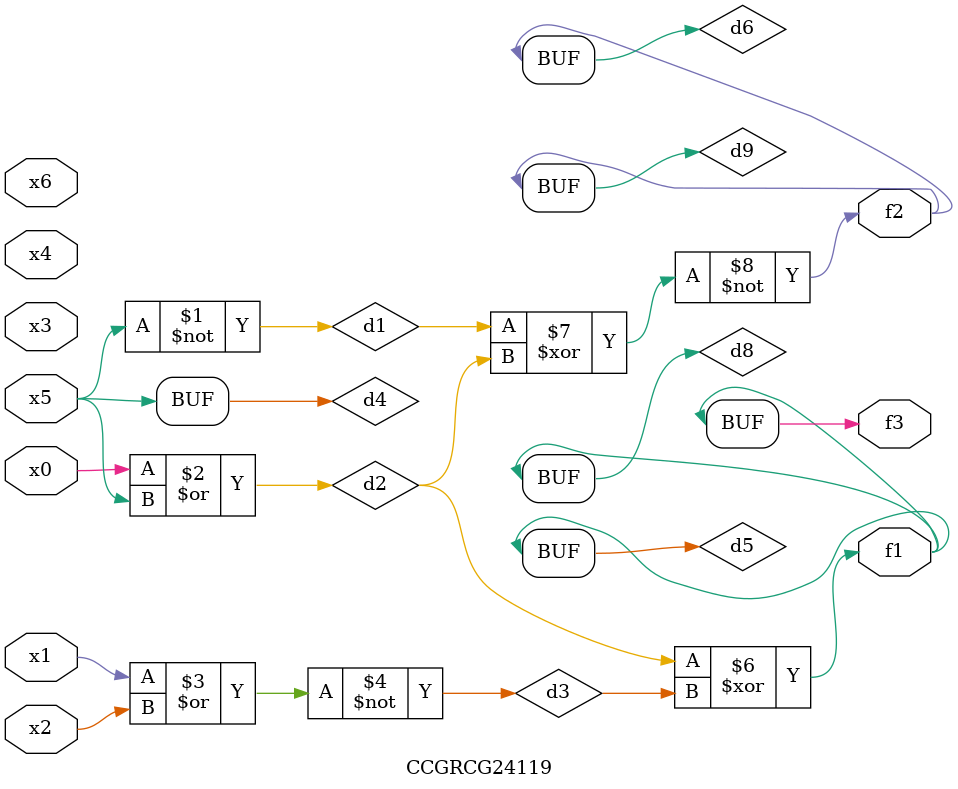
<source format=v>
module CCGRCG24119(
	input x0, x1, x2, x3, x4, x5, x6,
	output f1, f2, f3
);

	wire d1, d2, d3, d4, d5, d6, d7, d8, d9;

	nand (d1, x5);
	or (d2, x0, x5);
	nor (d3, x1, x2);
	xnor (d4, d1);
	xor (d5, d2, d3);
	xnor (d6, d1, d2);
	not (d7, x4);
	buf (d8, d5);
	xor (d9, d6);
	assign f1 = d8;
	assign f2 = d9;
	assign f3 = d8;
endmodule

</source>
